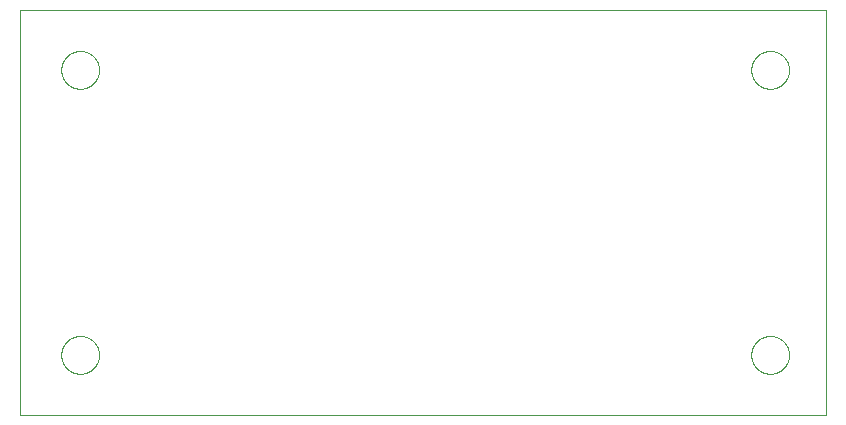
<source format=gbo>
G75*
%MOIN*%
%OFA0B0*%
%FSLAX25Y25*%
%IPPOS*%
%LPD*%
%AMOC8*
5,1,8,0,0,1.08239X$1,22.5*
%
%ADD10C,0.00000*%
D10*
X0001800Y0001800D02*
X0001800Y0136761D01*
X0270501Y0136761D01*
X0270501Y0001800D01*
X0001800Y0001800D01*
X0015501Y0021800D02*
X0015503Y0021958D01*
X0015509Y0022116D01*
X0015519Y0022274D01*
X0015533Y0022432D01*
X0015551Y0022589D01*
X0015572Y0022746D01*
X0015598Y0022902D01*
X0015628Y0023058D01*
X0015661Y0023213D01*
X0015699Y0023366D01*
X0015740Y0023519D01*
X0015785Y0023671D01*
X0015834Y0023822D01*
X0015887Y0023971D01*
X0015943Y0024119D01*
X0016003Y0024265D01*
X0016067Y0024410D01*
X0016135Y0024553D01*
X0016206Y0024695D01*
X0016280Y0024835D01*
X0016358Y0024972D01*
X0016440Y0025108D01*
X0016524Y0025242D01*
X0016613Y0025373D01*
X0016704Y0025502D01*
X0016799Y0025629D01*
X0016896Y0025754D01*
X0016997Y0025876D01*
X0017101Y0025995D01*
X0017208Y0026112D01*
X0017318Y0026226D01*
X0017431Y0026337D01*
X0017546Y0026446D01*
X0017664Y0026551D01*
X0017785Y0026653D01*
X0017908Y0026753D01*
X0018034Y0026849D01*
X0018162Y0026942D01*
X0018292Y0027032D01*
X0018425Y0027118D01*
X0018560Y0027202D01*
X0018696Y0027281D01*
X0018835Y0027358D01*
X0018976Y0027430D01*
X0019118Y0027500D01*
X0019262Y0027565D01*
X0019408Y0027627D01*
X0019555Y0027685D01*
X0019704Y0027740D01*
X0019854Y0027791D01*
X0020005Y0027838D01*
X0020157Y0027881D01*
X0020310Y0027920D01*
X0020465Y0027956D01*
X0020620Y0027987D01*
X0020776Y0028015D01*
X0020932Y0028039D01*
X0021089Y0028059D01*
X0021247Y0028075D01*
X0021404Y0028087D01*
X0021563Y0028095D01*
X0021721Y0028099D01*
X0021879Y0028099D01*
X0022037Y0028095D01*
X0022196Y0028087D01*
X0022353Y0028075D01*
X0022511Y0028059D01*
X0022668Y0028039D01*
X0022824Y0028015D01*
X0022980Y0027987D01*
X0023135Y0027956D01*
X0023290Y0027920D01*
X0023443Y0027881D01*
X0023595Y0027838D01*
X0023746Y0027791D01*
X0023896Y0027740D01*
X0024045Y0027685D01*
X0024192Y0027627D01*
X0024338Y0027565D01*
X0024482Y0027500D01*
X0024624Y0027430D01*
X0024765Y0027358D01*
X0024904Y0027281D01*
X0025040Y0027202D01*
X0025175Y0027118D01*
X0025308Y0027032D01*
X0025438Y0026942D01*
X0025566Y0026849D01*
X0025692Y0026753D01*
X0025815Y0026653D01*
X0025936Y0026551D01*
X0026054Y0026446D01*
X0026169Y0026337D01*
X0026282Y0026226D01*
X0026392Y0026112D01*
X0026499Y0025995D01*
X0026603Y0025876D01*
X0026704Y0025754D01*
X0026801Y0025629D01*
X0026896Y0025502D01*
X0026987Y0025373D01*
X0027076Y0025242D01*
X0027160Y0025108D01*
X0027242Y0024972D01*
X0027320Y0024835D01*
X0027394Y0024695D01*
X0027465Y0024553D01*
X0027533Y0024410D01*
X0027597Y0024265D01*
X0027657Y0024119D01*
X0027713Y0023971D01*
X0027766Y0023822D01*
X0027815Y0023671D01*
X0027860Y0023519D01*
X0027901Y0023366D01*
X0027939Y0023213D01*
X0027972Y0023058D01*
X0028002Y0022902D01*
X0028028Y0022746D01*
X0028049Y0022589D01*
X0028067Y0022432D01*
X0028081Y0022274D01*
X0028091Y0022116D01*
X0028097Y0021958D01*
X0028099Y0021800D01*
X0028097Y0021642D01*
X0028091Y0021484D01*
X0028081Y0021326D01*
X0028067Y0021168D01*
X0028049Y0021011D01*
X0028028Y0020854D01*
X0028002Y0020698D01*
X0027972Y0020542D01*
X0027939Y0020387D01*
X0027901Y0020234D01*
X0027860Y0020081D01*
X0027815Y0019929D01*
X0027766Y0019778D01*
X0027713Y0019629D01*
X0027657Y0019481D01*
X0027597Y0019335D01*
X0027533Y0019190D01*
X0027465Y0019047D01*
X0027394Y0018905D01*
X0027320Y0018765D01*
X0027242Y0018628D01*
X0027160Y0018492D01*
X0027076Y0018358D01*
X0026987Y0018227D01*
X0026896Y0018098D01*
X0026801Y0017971D01*
X0026704Y0017846D01*
X0026603Y0017724D01*
X0026499Y0017605D01*
X0026392Y0017488D01*
X0026282Y0017374D01*
X0026169Y0017263D01*
X0026054Y0017154D01*
X0025936Y0017049D01*
X0025815Y0016947D01*
X0025692Y0016847D01*
X0025566Y0016751D01*
X0025438Y0016658D01*
X0025308Y0016568D01*
X0025175Y0016482D01*
X0025040Y0016398D01*
X0024904Y0016319D01*
X0024765Y0016242D01*
X0024624Y0016170D01*
X0024482Y0016100D01*
X0024338Y0016035D01*
X0024192Y0015973D01*
X0024045Y0015915D01*
X0023896Y0015860D01*
X0023746Y0015809D01*
X0023595Y0015762D01*
X0023443Y0015719D01*
X0023290Y0015680D01*
X0023135Y0015644D01*
X0022980Y0015613D01*
X0022824Y0015585D01*
X0022668Y0015561D01*
X0022511Y0015541D01*
X0022353Y0015525D01*
X0022196Y0015513D01*
X0022037Y0015505D01*
X0021879Y0015501D01*
X0021721Y0015501D01*
X0021563Y0015505D01*
X0021404Y0015513D01*
X0021247Y0015525D01*
X0021089Y0015541D01*
X0020932Y0015561D01*
X0020776Y0015585D01*
X0020620Y0015613D01*
X0020465Y0015644D01*
X0020310Y0015680D01*
X0020157Y0015719D01*
X0020005Y0015762D01*
X0019854Y0015809D01*
X0019704Y0015860D01*
X0019555Y0015915D01*
X0019408Y0015973D01*
X0019262Y0016035D01*
X0019118Y0016100D01*
X0018976Y0016170D01*
X0018835Y0016242D01*
X0018696Y0016319D01*
X0018560Y0016398D01*
X0018425Y0016482D01*
X0018292Y0016568D01*
X0018162Y0016658D01*
X0018034Y0016751D01*
X0017908Y0016847D01*
X0017785Y0016947D01*
X0017664Y0017049D01*
X0017546Y0017154D01*
X0017431Y0017263D01*
X0017318Y0017374D01*
X0017208Y0017488D01*
X0017101Y0017605D01*
X0016997Y0017724D01*
X0016896Y0017846D01*
X0016799Y0017971D01*
X0016704Y0018098D01*
X0016613Y0018227D01*
X0016524Y0018358D01*
X0016440Y0018492D01*
X0016358Y0018628D01*
X0016280Y0018765D01*
X0016206Y0018905D01*
X0016135Y0019047D01*
X0016067Y0019190D01*
X0016003Y0019335D01*
X0015943Y0019481D01*
X0015887Y0019629D01*
X0015834Y0019778D01*
X0015785Y0019929D01*
X0015740Y0020081D01*
X0015699Y0020234D01*
X0015661Y0020387D01*
X0015628Y0020542D01*
X0015598Y0020698D01*
X0015572Y0020854D01*
X0015551Y0021011D01*
X0015533Y0021168D01*
X0015519Y0021326D01*
X0015509Y0021484D01*
X0015503Y0021642D01*
X0015501Y0021800D01*
X0015501Y0116800D02*
X0015503Y0116958D01*
X0015509Y0117116D01*
X0015519Y0117274D01*
X0015533Y0117432D01*
X0015551Y0117589D01*
X0015572Y0117746D01*
X0015598Y0117902D01*
X0015628Y0118058D01*
X0015661Y0118213D01*
X0015699Y0118366D01*
X0015740Y0118519D01*
X0015785Y0118671D01*
X0015834Y0118822D01*
X0015887Y0118971D01*
X0015943Y0119119D01*
X0016003Y0119265D01*
X0016067Y0119410D01*
X0016135Y0119553D01*
X0016206Y0119695D01*
X0016280Y0119835D01*
X0016358Y0119972D01*
X0016440Y0120108D01*
X0016524Y0120242D01*
X0016613Y0120373D01*
X0016704Y0120502D01*
X0016799Y0120629D01*
X0016896Y0120754D01*
X0016997Y0120876D01*
X0017101Y0120995D01*
X0017208Y0121112D01*
X0017318Y0121226D01*
X0017431Y0121337D01*
X0017546Y0121446D01*
X0017664Y0121551D01*
X0017785Y0121653D01*
X0017908Y0121753D01*
X0018034Y0121849D01*
X0018162Y0121942D01*
X0018292Y0122032D01*
X0018425Y0122118D01*
X0018560Y0122202D01*
X0018696Y0122281D01*
X0018835Y0122358D01*
X0018976Y0122430D01*
X0019118Y0122500D01*
X0019262Y0122565D01*
X0019408Y0122627D01*
X0019555Y0122685D01*
X0019704Y0122740D01*
X0019854Y0122791D01*
X0020005Y0122838D01*
X0020157Y0122881D01*
X0020310Y0122920D01*
X0020465Y0122956D01*
X0020620Y0122987D01*
X0020776Y0123015D01*
X0020932Y0123039D01*
X0021089Y0123059D01*
X0021247Y0123075D01*
X0021404Y0123087D01*
X0021563Y0123095D01*
X0021721Y0123099D01*
X0021879Y0123099D01*
X0022037Y0123095D01*
X0022196Y0123087D01*
X0022353Y0123075D01*
X0022511Y0123059D01*
X0022668Y0123039D01*
X0022824Y0123015D01*
X0022980Y0122987D01*
X0023135Y0122956D01*
X0023290Y0122920D01*
X0023443Y0122881D01*
X0023595Y0122838D01*
X0023746Y0122791D01*
X0023896Y0122740D01*
X0024045Y0122685D01*
X0024192Y0122627D01*
X0024338Y0122565D01*
X0024482Y0122500D01*
X0024624Y0122430D01*
X0024765Y0122358D01*
X0024904Y0122281D01*
X0025040Y0122202D01*
X0025175Y0122118D01*
X0025308Y0122032D01*
X0025438Y0121942D01*
X0025566Y0121849D01*
X0025692Y0121753D01*
X0025815Y0121653D01*
X0025936Y0121551D01*
X0026054Y0121446D01*
X0026169Y0121337D01*
X0026282Y0121226D01*
X0026392Y0121112D01*
X0026499Y0120995D01*
X0026603Y0120876D01*
X0026704Y0120754D01*
X0026801Y0120629D01*
X0026896Y0120502D01*
X0026987Y0120373D01*
X0027076Y0120242D01*
X0027160Y0120108D01*
X0027242Y0119972D01*
X0027320Y0119835D01*
X0027394Y0119695D01*
X0027465Y0119553D01*
X0027533Y0119410D01*
X0027597Y0119265D01*
X0027657Y0119119D01*
X0027713Y0118971D01*
X0027766Y0118822D01*
X0027815Y0118671D01*
X0027860Y0118519D01*
X0027901Y0118366D01*
X0027939Y0118213D01*
X0027972Y0118058D01*
X0028002Y0117902D01*
X0028028Y0117746D01*
X0028049Y0117589D01*
X0028067Y0117432D01*
X0028081Y0117274D01*
X0028091Y0117116D01*
X0028097Y0116958D01*
X0028099Y0116800D01*
X0028097Y0116642D01*
X0028091Y0116484D01*
X0028081Y0116326D01*
X0028067Y0116168D01*
X0028049Y0116011D01*
X0028028Y0115854D01*
X0028002Y0115698D01*
X0027972Y0115542D01*
X0027939Y0115387D01*
X0027901Y0115234D01*
X0027860Y0115081D01*
X0027815Y0114929D01*
X0027766Y0114778D01*
X0027713Y0114629D01*
X0027657Y0114481D01*
X0027597Y0114335D01*
X0027533Y0114190D01*
X0027465Y0114047D01*
X0027394Y0113905D01*
X0027320Y0113765D01*
X0027242Y0113628D01*
X0027160Y0113492D01*
X0027076Y0113358D01*
X0026987Y0113227D01*
X0026896Y0113098D01*
X0026801Y0112971D01*
X0026704Y0112846D01*
X0026603Y0112724D01*
X0026499Y0112605D01*
X0026392Y0112488D01*
X0026282Y0112374D01*
X0026169Y0112263D01*
X0026054Y0112154D01*
X0025936Y0112049D01*
X0025815Y0111947D01*
X0025692Y0111847D01*
X0025566Y0111751D01*
X0025438Y0111658D01*
X0025308Y0111568D01*
X0025175Y0111482D01*
X0025040Y0111398D01*
X0024904Y0111319D01*
X0024765Y0111242D01*
X0024624Y0111170D01*
X0024482Y0111100D01*
X0024338Y0111035D01*
X0024192Y0110973D01*
X0024045Y0110915D01*
X0023896Y0110860D01*
X0023746Y0110809D01*
X0023595Y0110762D01*
X0023443Y0110719D01*
X0023290Y0110680D01*
X0023135Y0110644D01*
X0022980Y0110613D01*
X0022824Y0110585D01*
X0022668Y0110561D01*
X0022511Y0110541D01*
X0022353Y0110525D01*
X0022196Y0110513D01*
X0022037Y0110505D01*
X0021879Y0110501D01*
X0021721Y0110501D01*
X0021563Y0110505D01*
X0021404Y0110513D01*
X0021247Y0110525D01*
X0021089Y0110541D01*
X0020932Y0110561D01*
X0020776Y0110585D01*
X0020620Y0110613D01*
X0020465Y0110644D01*
X0020310Y0110680D01*
X0020157Y0110719D01*
X0020005Y0110762D01*
X0019854Y0110809D01*
X0019704Y0110860D01*
X0019555Y0110915D01*
X0019408Y0110973D01*
X0019262Y0111035D01*
X0019118Y0111100D01*
X0018976Y0111170D01*
X0018835Y0111242D01*
X0018696Y0111319D01*
X0018560Y0111398D01*
X0018425Y0111482D01*
X0018292Y0111568D01*
X0018162Y0111658D01*
X0018034Y0111751D01*
X0017908Y0111847D01*
X0017785Y0111947D01*
X0017664Y0112049D01*
X0017546Y0112154D01*
X0017431Y0112263D01*
X0017318Y0112374D01*
X0017208Y0112488D01*
X0017101Y0112605D01*
X0016997Y0112724D01*
X0016896Y0112846D01*
X0016799Y0112971D01*
X0016704Y0113098D01*
X0016613Y0113227D01*
X0016524Y0113358D01*
X0016440Y0113492D01*
X0016358Y0113628D01*
X0016280Y0113765D01*
X0016206Y0113905D01*
X0016135Y0114047D01*
X0016067Y0114190D01*
X0016003Y0114335D01*
X0015943Y0114481D01*
X0015887Y0114629D01*
X0015834Y0114778D01*
X0015785Y0114929D01*
X0015740Y0115081D01*
X0015699Y0115234D01*
X0015661Y0115387D01*
X0015628Y0115542D01*
X0015598Y0115698D01*
X0015572Y0115854D01*
X0015551Y0116011D01*
X0015533Y0116168D01*
X0015519Y0116326D01*
X0015509Y0116484D01*
X0015503Y0116642D01*
X0015501Y0116800D01*
X0245501Y0116800D02*
X0245503Y0116958D01*
X0245509Y0117116D01*
X0245519Y0117274D01*
X0245533Y0117432D01*
X0245551Y0117589D01*
X0245572Y0117746D01*
X0245598Y0117902D01*
X0245628Y0118058D01*
X0245661Y0118213D01*
X0245699Y0118366D01*
X0245740Y0118519D01*
X0245785Y0118671D01*
X0245834Y0118822D01*
X0245887Y0118971D01*
X0245943Y0119119D01*
X0246003Y0119265D01*
X0246067Y0119410D01*
X0246135Y0119553D01*
X0246206Y0119695D01*
X0246280Y0119835D01*
X0246358Y0119972D01*
X0246440Y0120108D01*
X0246524Y0120242D01*
X0246613Y0120373D01*
X0246704Y0120502D01*
X0246799Y0120629D01*
X0246896Y0120754D01*
X0246997Y0120876D01*
X0247101Y0120995D01*
X0247208Y0121112D01*
X0247318Y0121226D01*
X0247431Y0121337D01*
X0247546Y0121446D01*
X0247664Y0121551D01*
X0247785Y0121653D01*
X0247908Y0121753D01*
X0248034Y0121849D01*
X0248162Y0121942D01*
X0248292Y0122032D01*
X0248425Y0122118D01*
X0248560Y0122202D01*
X0248696Y0122281D01*
X0248835Y0122358D01*
X0248976Y0122430D01*
X0249118Y0122500D01*
X0249262Y0122565D01*
X0249408Y0122627D01*
X0249555Y0122685D01*
X0249704Y0122740D01*
X0249854Y0122791D01*
X0250005Y0122838D01*
X0250157Y0122881D01*
X0250310Y0122920D01*
X0250465Y0122956D01*
X0250620Y0122987D01*
X0250776Y0123015D01*
X0250932Y0123039D01*
X0251089Y0123059D01*
X0251247Y0123075D01*
X0251404Y0123087D01*
X0251563Y0123095D01*
X0251721Y0123099D01*
X0251879Y0123099D01*
X0252037Y0123095D01*
X0252196Y0123087D01*
X0252353Y0123075D01*
X0252511Y0123059D01*
X0252668Y0123039D01*
X0252824Y0123015D01*
X0252980Y0122987D01*
X0253135Y0122956D01*
X0253290Y0122920D01*
X0253443Y0122881D01*
X0253595Y0122838D01*
X0253746Y0122791D01*
X0253896Y0122740D01*
X0254045Y0122685D01*
X0254192Y0122627D01*
X0254338Y0122565D01*
X0254482Y0122500D01*
X0254624Y0122430D01*
X0254765Y0122358D01*
X0254904Y0122281D01*
X0255040Y0122202D01*
X0255175Y0122118D01*
X0255308Y0122032D01*
X0255438Y0121942D01*
X0255566Y0121849D01*
X0255692Y0121753D01*
X0255815Y0121653D01*
X0255936Y0121551D01*
X0256054Y0121446D01*
X0256169Y0121337D01*
X0256282Y0121226D01*
X0256392Y0121112D01*
X0256499Y0120995D01*
X0256603Y0120876D01*
X0256704Y0120754D01*
X0256801Y0120629D01*
X0256896Y0120502D01*
X0256987Y0120373D01*
X0257076Y0120242D01*
X0257160Y0120108D01*
X0257242Y0119972D01*
X0257320Y0119835D01*
X0257394Y0119695D01*
X0257465Y0119553D01*
X0257533Y0119410D01*
X0257597Y0119265D01*
X0257657Y0119119D01*
X0257713Y0118971D01*
X0257766Y0118822D01*
X0257815Y0118671D01*
X0257860Y0118519D01*
X0257901Y0118366D01*
X0257939Y0118213D01*
X0257972Y0118058D01*
X0258002Y0117902D01*
X0258028Y0117746D01*
X0258049Y0117589D01*
X0258067Y0117432D01*
X0258081Y0117274D01*
X0258091Y0117116D01*
X0258097Y0116958D01*
X0258099Y0116800D01*
X0258097Y0116642D01*
X0258091Y0116484D01*
X0258081Y0116326D01*
X0258067Y0116168D01*
X0258049Y0116011D01*
X0258028Y0115854D01*
X0258002Y0115698D01*
X0257972Y0115542D01*
X0257939Y0115387D01*
X0257901Y0115234D01*
X0257860Y0115081D01*
X0257815Y0114929D01*
X0257766Y0114778D01*
X0257713Y0114629D01*
X0257657Y0114481D01*
X0257597Y0114335D01*
X0257533Y0114190D01*
X0257465Y0114047D01*
X0257394Y0113905D01*
X0257320Y0113765D01*
X0257242Y0113628D01*
X0257160Y0113492D01*
X0257076Y0113358D01*
X0256987Y0113227D01*
X0256896Y0113098D01*
X0256801Y0112971D01*
X0256704Y0112846D01*
X0256603Y0112724D01*
X0256499Y0112605D01*
X0256392Y0112488D01*
X0256282Y0112374D01*
X0256169Y0112263D01*
X0256054Y0112154D01*
X0255936Y0112049D01*
X0255815Y0111947D01*
X0255692Y0111847D01*
X0255566Y0111751D01*
X0255438Y0111658D01*
X0255308Y0111568D01*
X0255175Y0111482D01*
X0255040Y0111398D01*
X0254904Y0111319D01*
X0254765Y0111242D01*
X0254624Y0111170D01*
X0254482Y0111100D01*
X0254338Y0111035D01*
X0254192Y0110973D01*
X0254045Y0110915D01*
X0253896Y0110860D01*
X0253746Y0110809D01*
X0253595Y0110762D01*
X0253443Y0110719D01*
X0253290Y0110680D01*
X0253135Y0110644D01*
X0252980Y0110613D01*
X0252824Y0110585D01*
X0252668Y0110561D01*
X0252511Y0110541D01*
X0252353Y0110525D01*
X0252196Y0110513D01*
X0252037Y0110505D01*
X0251879Y0110501D01*
X0251721Y0110501D01*
X0251563Y0110505D01*
X0251404Y0110513D01*
X0251247Y0110525D01*
X0251089Y0110541D01*
X0250932Y0110561D01*
X0250776Y0110585D01*
X0250620Y0110613D01*
X0250465Y0110644D01*
X0250310Y0110680D01*
X0250157Y0110719D01*
X0250005Y0110762D01*
X0249854Y0110809D01*
X0249704Y0110860D01*
X0249555Y0110915D01*
X0249408Y0110973D01*
X0249262Y0111035D01*
X0249118Y0111100D01*
X0248976Y0111170D01*
X0248835Y0111242D01*
X0248696Y0111319D01*
X0248560Y0111398D01*
X0248425Y0111482D01*
X0248292Y0111568D01*
X0248162Y0111658D01*
X0248034Y0111751D01*
X0247908Y0111847D01*
X0247785Y0111947D01*
X0247664Y0112049D01*
X0247546Y0112154D01*
X0247431Y0112263D01*
X0247318Y0112374D01*
X0247208Y0112488D01*
X0247101Y0112605D01*
X0246997Y0112724D01*
X0246896Y0112846D01*
X0246799Y0112971D01*
X0246704Y0113098D01*
X0246613Y0113227D01*
X0246524Y0113358D01*
X0246440Y0113492D01*
X0246358Y0113628D01*
X0246280Y0113765D01*
X0246206Y0113905D01*
X0246135Y0114047D01*
X0246067Y0114190D01*
X0246003Y0114335D01*
X0245943Y0114481D01*
X0245887Y0114629D01*
X0245834Y0114778D01*
X0245785Y0114929D01*
X0245740Y0115081D01*
X0245699Y0115234D01*
X0245661Y0115387D01*
X0245628Y0115542D01*
X0245598Y0115698D01*
X0245572Y0115854D01*
X0245551Y0116011D01*
X0245533Y0116168D01*
X0245519Y0116326D01*
X0245509Y0116484D01*
X0245503Y0116642D01*
X0245501Y0116800D01*
X0245501Y0021800D02*
X0245503Y0021958D01*
X0245509Y0022116D01*
X0245519Y0022274D01*
X0245533Y0022432D01*
X0245551Y0022589D01*
X0245572Y0022746D01*
X0245598Y0022902D01*
X0245628Y0023058D01*
X0245661Y0023213D01*
X0245699Y0023366D01*
X0245740Y0023519D01*
X0245785Y0023671D01*
X0245834Y0023822D01*
X0245887Y0023971D01*
X0245943Y0024119D01*
X0246003Y0024265D01*
X0246067Y0024410D01*
X0246135Y0024553D01*
X0246206Y0024695D01*
X0246280Y0024835D01*
X0246358Y0024972D01*
X0246440Y0025108D01*
X0246524Y0025242D01*
X0246613Y0025373D01*
X0246704Y0025502D01*
X0246799Y0025629D01*
X0246896Y0025754D01*
X0246997Y0025876D01*
X0247101Y0025995D01*
X0247208Y0026112D01*
X0247318Y0026226D01*
X0247431Y0026337D01*
X0247546Y0026446D01*
X0247664Y0026551D01*
X0247785Y0026653D01*
X0247908Y0026753D01*
X0248034Y0026849D01*
X0248162Y0026942D01*
X0248292Y0027032D01*
X0248425Y0027118D01*
X0248560Y0027202D01*
X0248696Y0027281D01*
X0248835Y0027358D01*
X0248976Y0027430D01*
X0249118Y0027500D01*
X0249262Y0027565D01*
X0249408Y0027627D01*
X0249555Y0027685D01*
X0249704Y0027740D01*
X0249854Y0027791D01*
X0250005Y0027838D01*
X0250157Y0027881D01*
X0250310Y0027920D01*
X0250465Y0027956D01*
X0250620Y0027987D01*
X0250776Y0028015D01*
X0250932Y0028039D01*
X0251089Y0028059D01*
X0251247Y0028075D01*
X0251404Y0028087D01*
X0251563Y0028095D01*
X0251721Y0028099D01*
X0251879Y0028099D01*
X0252037Y0028095D01*
X0252196Y0028087D01*
X0252353Y0028075D01*
X0252511Y0028059D01*
X0252668Y0028039D01*
X0252824Y0028015D01*
X0252980Y0027987D01*
X0253135Y0027956D01*
X0253290Y0027920D01*
X0253443Y0027881D01*
X0253595Y0027838D01*
X0253746Y0027791D01*
X0253896Y0027740D01*
X0254045Y0027685D01*
X0254192Y0027627D01*
X0254338Y0027565D01*
X0254482Y0027500D01*
X0254624Y0027430D01*
X0254765Y0027358D01*
X0254904Y0027281D01*
X0255040Y0027202D01*
X0255175Y0027118D01*
X0255308Y0027032D01*
X0255438Y0026942D01*
X0255566Y0026849D01*
X0255692Y0026753D01*
X0255815Y0026653D01*
X0255936Y0026551D01*
X0256054Y0026446D01*
X0256169Y0026337D01*
X0256282Y0026226D01*
X0256392Y0026112D01*
X0256499Y0025995D01*
X0256603Y0025876D01*
X0256704Y0025754D01*
X0256801Y0025629D01*
X0256896Y0025502D01*
X0256987Y0025373D01*
X0257076Y0025242D01*
X0257160Y0025108D01*
X0257242Y0024972D01*
X0257320Y0024835D01*
X0257394Y0024695D01*
X0257465Y0024553D01*
X0257533Y0024410D01*
X0257597Y0024265D01*
X0257657Y0024119D01*
X0257713Y0023971D01*
X0257766Y0023822D01*
X0257815Y0023671D01*
X0257860Y0023519D01*
X0257901Y0023366D01*
X0257939Y0023213D01*
X0257972Y0023058D01*
X0258002Y0022902D01*
X0258028Y0022746D01*
X0258049Y0022589D01*
X0258067Y0022432D01*
X0258081Y0022274D01*
X0258091Y0022116D01*
X0258097Y0021958D01*
X0258099Y0021800D01*
X0258097Y0021642D01*
X0258091Y0021484D01*
X0258081Y0021326D01*
X0258067Y0021168D01*
X0258049Y0021011D01*
X0258028Y0020854D01*
X0258002Y0020698D01*
X0257972Y0020542D01*
X0257939Y0020387D01*
X0257901Y0020234D01*
X0257860Y0020081D01*
X0257815Y0019929D01*
X0257766Y0019778D01*
X0257713Y0019629D01*
X0257657Y0019481D01*
X0257597Y0019335D01*
X0257533Y0019190D01*
X0257465Y0019047D01*
X0257394Y0018905D01*
X0257320Y0018765D01*
X0257242Y0018628D01*
X0257160Y0018492D01*
X0257076Y0018358D01*
X0256987Y0018227D01*
X0256896Y0018098D01*
X0256801Y0017971D01*
X0256704Y0017846D01*
X0256603Y0017724D01*
X0256499Y0017605D01*
X0256392Y0017488D01*
X0256282Y0017374D01*
X0256169Y0017263D01*
X0256054Y0017154D01*
X0255936Y0017049D01*
X0255815Y0016947D01*
X0255692Y0016847D01*
X0255566Y0016751D01*
X0255438Y0016658D01*
X0255308Y0016568D01*
X0255175Y0016482D01*
X0255040Y0016398D01*
X0254904Y0016319D01*
X0254765Y0016242D01*
X0254624Y0016170D01*
X0254482Y0016100D01*
X0254338Y0016035D01*
X0254192Y0015973D01*
X0254045Y0015915D01*
X0253896Y0015860D01*
X0253746Y0015809D01*
X0253595Y0015762D01*
X0253443Y0015719D01*
X0253290Y0015680D01*
X0253135Y0015644D01*
X0252980Y0015613D01*
X0252824Y0015585D01*
X0252668Y0015561D01*
X0252511Y0015541D01*
X0252353Y0015525D01*
X0252196Y0015513D01*
X0252037Y0015505D01*
X0251879Y0015501D01*
X0251721Y0015501D01*
X0251563Y0015505D01*
X0251404Y0015513D01*
X0251247Y0015525D01*
X0251089Y0015541D01*
X0250932Y0015561D01*
X0250776Y0015585D01*
X0250620Y0015613D01*
X0250465Y0015644D01*
X0250310Y0015680D01*
X0250157Y0015719D01*
X0250005Y0015762D01*
X0249854Y0015809D01*
X0249704Y0015860D01*
X0249555Y0015915D01*
X0249408Y0015973D01*
X0249262Y0016035D01*
X0249118Y0016100D01*
X0248976Y0016170D01*
X0248835Y0016242D01*
X0248696Y0016319D01*
X0248560Y0016398D01*
X0248425Y0016482D01*
X0248292Y0016568D01*
X0248162Y0016658D01*
X0248034Y0016751D01*
X0247908Y0016847D01*
X0247785Y0016947D01*
X0247664Y0017049D01*
X0247546Y0017154D01*
X0247431Y0017263D01*
X0247318Y0017374D01*
X0247208Y0017488D01*
X0247101Y0017605D01*
X0246997Y0017724D01*
X0246896Y0017846D01*
X0246799Y0017971D01*
X0246704Y0018098D01*
X0246613Y0018227D01*
X0246524Y0018358D01*
X0246440Y0018492D01*
X0246358Y0018628D01*
X0246280Y0018765D01*
X0246206Y0018905D01*
X0246135Y0019047D01*
X0246067Y0019190D01*
X0246003Y0019335D01*
X0245943Y0019481D01*
X0245887Y0019629D01*
X0245834Y0019778D01*
X0245785Y0019929D01*
X0245740Y0020081D01*
X0245699Y0020234D01*
X0245661Y0020387D01*
X0245628Y0020542D01*
X0245598Y0020698D01*
X0245572Y0020854D01*
X0245551Y0021011D01*
X0245533Y0021168D01*
X0245519Y0021326D01*
X0245509Y0021484D01*
X0245503Y0021642D01*
X0245501Y0021800D01*
M02*

</source>
